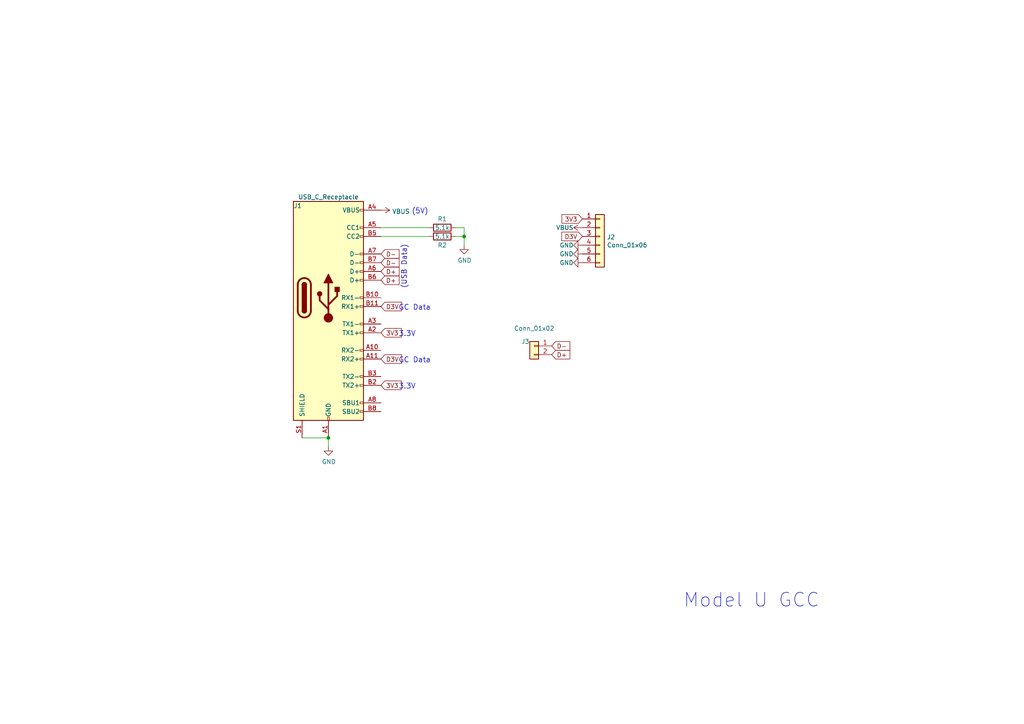
<source format=kicad_sch>
(kicad_sch (version 20211123) (generator eeschema)
  (paper "A4")
  (title_block (title "Model U GCC") (date "2021-11-24") (rev "v1") (company "Crane's Lab"))
  (lib_symbols
    (symbol "Connector_Generic:Conn_01x02" (pin_names (offset 1.016) hide)
      (property "Reference" "J" (at 0 2.54 0))
      (property "Value" "Conn_01x02" (at 0 -5.08 0))
      (symbol "Conn_01x02_1_1"
        (rectangle (start -1.27 -2.413) (end 0 -2.667) (stroke (width 0.1524)))
        (rectangle (start -1.27 0.127) (end 0 -0.127) (stroke (width 0.1524)))
        (rectangle (start -1.27 1.27) (end 1.27 -3.81) (stroke (width 0.254)) (fill (type background)))
        (pin passive line (at -5.08 0 0) (length 3.81) (name "Pin_1") (number "1"))
        (pin passive line (at -5.08 -2.54 0) (length 3.81) (name "Pin_2") (number "2"))
      )
    )
    (symbol "Connector_Generic:Conn_01x06" (pin_names (offset 1.016) hide)
      (property "Reference" "J" (at 0 7.62 0))
      (property "Value" "Conn_01x06" (at 0 -10.16 0))
      (symbol "Conn_01x06_1_1"
        (rectangle (start -1.27 -7.493) (end 0 -7.747) (stroke (width 0.1524)))
        (rectangle (start -1.27 -4.953) (end 0 -5.207) (stroke (width 0.1524)))
        (rectangle (start -1.27 -2.413) (end 0 -2.667) (stroke (width 0.1524)))
        (rectangle (start -1.27 0.127) (end 0 -0.127) (stroke (width 0.1524)))
        (rectangle (start -1.27 2.667) (end 0 2.413) (stroke (width 0.1524)))
        (rectangle (start -1.27 5.207) (end 0 4.953) (stroke (width 0.1524)))
        (rectangle (start -1.27 6.35) (end 1.27 -8.89) (stroke (width 0.254)) (fill (type background)))
        (pin passive line (at -5.08 5.08 0) (length 3.81) (name "Pin_1") (number "1"))
        (pin passive line (at -5.08 2.54 0) (length 3.81) (name "Pin_2") (number "2"))
        (pin passive line (at -5.08 0 0) (length 3.81) (name "Pin_3") (number "3"))
        (pin passive line (at -5.08 -2.54 0) (length 3.81) (name "Pin_4") (number "4"))
        (pin passive line (at -5.08 -5.08 0) (length 3.81) (name "Pin_5") (number "5"))
        (pin passive line (at -5.08 -7.62 0) (length 3.81) (name "Pin_6") (number "6"))
      )
    )
    (symbol "Device:R" (pin_numbers hide) (pin_names (offset 0))
      (property "Reference" "R" (at 2.032 0 90))
      (property "Value" "R" (at 0 0 90))
      (symbol "R_0_1"
        (rectangle (start -1.016 -2.54) (end 1.016 2.54) (stroke (width 0.254)))
      )
      (symbol "R_1_1"
        (pin passive line (at 0 3.81 270) (length 1.27) (name "~") (number "1"))
        (pin passive line (at 0 -3.81 90) (length 1.27) (name "~") (number "2"))
      )
    )
    (symbol "Model-U-GCC-V2-rescue:GND-Model_S-Model-U-GCC-rescue" (power) (pin_names (offset 0))
      (property "Value" "GND-Model_S-Model-U-GCC-rescue" (at 0 -3.81 0))
      (symbol "GND-Model_S-Model-U-GCC-rescue_0_1"
        (polyline (pts (xy 0 0) (xy 0 -1.27) (xy 1.27 -1.27) (xy 0 -2.54) (xy -1.27 -1.27) (xy 0 -1.27)))
      )
      (symbol "GND-Model_S-Model-U-GCC-rescue_1_1"
        (pin power_in line (at 0 0 270) (length 0) hide (name "GND") (number "1"))
      )
    )
    (symbol "Model-U-GCC-V2-rescue:USB_C_Receptacle-Model_S-Model-U-GCC-rescue" (pin_names (offset 1.016))
      (property "Reference" "J" (at -10.16 29.21 0))
      (property "Value" "USB_C_Receptacle-Model_S-Model-U-GCC-rescue" (at 10.16 29.21 0))
      (symbol "USB_C_Receptacle-Model_S-Model-U-GCC-rescue_0_0"
        (rectangle (start -0.254 -35.56) (end 0.254 -34.544))
        (rectangle (start 10.16 -32.766) (end 9.144 -33.274))
        (rectangle (start 10.16 -30.226) (end 9.144 -30.734))
        (rectangle (start 10.16 -25.146) (end 9.144 -25.654))
        (rectangle (start 10.16 -22.606) (end 9.144 -23.114))
        (rectangle (start 10.16 -17.526) (end 9.144 -18.034))
        (rectangle (start 10.16 -14.986) (end 9.144 -15.494))
        (rectangle (start 10.16 -9.906) (end 9.144 -10.414))
        (rectangle (start 10.16 -7.366) (end 9.144 -7.874))
        (rectangle (start 10.16 -2.286) (end 9.144 -2.794))
        (rectangle (start 10.16 0.254) (end 9.144 -0.254))
        (rectangle (start 10.16 5.334) (end 9.144 4.826))
        (rectangle (start 10.16 7.874) (end 9.144 7.366))
        (rectangle (start 10.16 10.414) (end 9.144 9.906))
        (rectangle (start 10.16 12.954) (end 9.144 12.446))
        (rectangle (start 10.16 18.034) (end 9.144 17.526))
        (rectangle (start 10.16 20.574) (end 9.144 20.066))
        (rectangle (start 10.16 25.654) (end 9.144 25.146))
      )
      (symbol "USB_C_Receptacle-Model_S-Model-U-GCC-rescue_0_1"
        (rectangle (start -10.16 27.94) (end 10.16 -35.56) (stroke (width 0.254)) (fill (type background)))
        (arc (start -8.89 -3.81) (mid -6.985 -5.715) (end -5.08 -3.81) (stroke (width 0.508)))
        (arc (start -7.62 -3.81) (mid -6.985 -4.445) (end -6.35 -3.81) (stroke (width 0.254)))
        (arc (start -7.62 -3.81) (mid -6.985 -4.445) (end -6.35 -3.81) (stroke (width 0.254)) (fill (type outline)))
        (rectangle (start -7.62 -3.81) (end -6.35 3.81) (stroke (width 0.254)) (fill (type outline)))
        (arc (start -6.35 3.81) (mid -6.985 4.445) (end -7.62 3.81) (stroke (width 0.254)))
        (arc (start -6.35 3.81) (mid -6.985 4.445) (end -7.62 3.81) (stroke (width 0.254)) (fill (type outline)))
        (arc (start -5.08 3.81) (mid -6.985 5.715) (end -8.89 3.81) (stroke (width 0.508)))
        (polyline (pts (xy -8.89 -3.81) (xy -8.89 3.81)) (stroke (width 0.508)))
        (polyline (pts (xy -5.08 3.81) (xy -5.08 -3.81)) (stroke (width 0.508)))
      )
      (symbol "USB_C_Receptacle-Model_S-Model-U-GCC-rescue_1_1"
        (circle (center -2.54 1.143) (radius 0.635) (stroke (width 0.254)) (fill (type outline)))
        (circle (center 0 -5.842) (radius 1.27) (fill (type outline)))
        (polyline (pts (xy 0 -5.842) (xy 0 4.318)) (stroke (width 0.508)))
        (polyline (pts (xy 0 -3.302) (xy -2.54 -0.762) (xy -2.54 0.508)) (stroke (width 0.508)))
        (polyline (pts (xy 0 -2.032) (xy 2.54 0.508) (xy 2.54 1.778)) (stroke (width 0.508)))
        (polyline (pts (xy -1.27 4.318) (xy 0 6.858) (xy 1.27 4.318) (xy -1.27 4.318)) (stroke (width 0.254)) (fill (type outline)))
        (rectangle (start 1.905 1.778) (end 3.175 3.048) (stroke (width 0.254)) (fill (type outline)))
        (pin passive line (at 0 -40.64 90) (length 5.08) (name "GND") (number "A1"))
        (pin bidirectional line (at 15.24 -15.24 180) (length 5.08) (name "RX2-") (number "A10"))
        (pin bidirectional line (at 15.24 -17.78 180) (length 5.08) (name "RX2+") (number "A11"))
        (pin passive line (at 0 -40.64 90) (length 5.08) hide (name "GND") (number "A12"))
        (pin bidirectional line (at 15.24 -10.16 180) (length 5.08) (name "TX1+") (number "A2"))
        (pin bidirectional line (at 15.24 -7.62 180) (length 5.08) (name "TX1-") (number "A3"))
        (pin passive line (at 15.24 25.4 180) (length 5.08) (name "VBUS") (number "A4"))
        (pin bidirectional line (at 15.24 20.32 180) (length 5.08) (name "CC1") (number "A5"))
        (pin bidirectional line (at 15.24 7.62 180) (length 5.08) (name "D+") (number "A6"))
        (pin bidirectional line (at 15.24 12.7 180) (length 5.08) (name "D-") (number "A7"))
        (pin bidirectional line (at 15.24 -30.48 180) (length 5.08) (name "SBU1") (number "A8"))
        (pin passive line (at 15.24 25.4 180) (length 5.08) hide (name "VBUS") (number "A9"))
        (pin passive line (at 0 -40.64 90) (length 5.08) hide (name "GND") (number "B1"))
        (pin bidirectional line (at 15.24 0 180) (length 5.08) (name "RX1-") (number "B10"))
        (pin bidirectional line (at 15.24 -2.54 180) (length 5.08) (name "RX1+") (number "B11"))
        (pin passive line (at 0 -40.64 90) (length 5.08) hide (name "GND") (number "B12"))
        (pin bidirectional line (at 15.24 -25.4 180) (length 5.08) (name "TX2+") (number "B2"))
        (pin bidirectional line (at 15.24 -22.86 180) (length 5.08) (name "TX2-") (number "B3"))
        (pin passive line (at 15.24 25.4 180) (length 5.08) hide (name "VBUS") (number "B4"))
        (pin bidirectional line (at 15.24 17.78 180) (length 5.08) (name "CC2") (number "B5"))
        (pin bidirectional line (at 15.24 5.08 180) (length 5.08) (name "D+") (number "B6"))
        (pin bidirectional line (at 15.24 10.16 180) (length 5.08) (name "D-") (number "B7"))
        (pin bidirectional line (at 15.24 -33.02 180) (length 5.08) (name "SBU2") (number "B8"))
        (pin passive line (at 15.24 25.4 180) (length 5.08) hide (name "VBUS") (number "B9"))
        (pin passive line (at -7.62 -40.64 90) (length 5.08) (name "SHIELD") (number "S1"))
      )
    )
    (symbol "Model-U-GCC-V2-rescue:VBUS-Model_S-Model-U-GCC-rescue" (power) (pin_names (offset 0))
      (property "Value" "VBUS-Model_S-Model-U-GCC-rescue" (at 0 3.81 0))
      (symbol "VBUS-Model_S-Model-U-GCC-rescue_0_1"
        (polyline (pts (xy -0.762 1.27) (xy 0 2.54)))
        (polyline (pts (xy 0 0) (xy 0 2.54)))
        (polyline (pts (xy 0 2.54) (xy 0.762 1.27)))
      )
      (symbol "VBUS-Model_S-Model-U-GCC-rescue_1_1"
        (pin power_in line (at 0 0 90) (length 0) hide (name "VBUS") (number "1"))
      )
    )
  )
  (junction (at 134.62 68.58))
  (junction (at 95.25 127))
  (wire (pts (xy 87.63 127) (xy 95.25 127)))
  (wire (pts (xy 132.08 66.04) (xy 134.62 66.04)))
  (wire (pts (xy 95.25 127) (xy 95.25 129.54)))
  (wire (pts (xy 110.49 68.58) (xy 124.46 68.58)))
  (wire (pts (xy 124.46 66.04) (xy 110.49 66.04)))
  (wire (pts (xy 134.62 66.04) (xy 134.62 68.58)))
  (wire (pts (xy 134.62 68.58) (xy 134.62 71.12)))
  (wire (pts (xy 132.08 68.58) (xy 134.62 68.58)))
  (text "3.3V" (at 115.57 97.79 0) (effects (font (size 1.4986 1.4986)) (justify left bottom)))
  (text "Model U GCC" (at 198.12 176.53 0) (effects (font (size 3.9878 3.9878)) (justify left bottom)))
  (text "(USB Data)" (at 118.11 83.82 90) (effects (font (size 1.4986 1.4986)) (justify left bottom)))
  (text "GC Data" (at 115.57 105.41 0) (effects (font (size 1.4986 1.4986)) (justify left bottom)))
  (text "3.3V" (at 115.57 113.03 0) (effects (font (size 1.4986 1.4986)) (justify left bottom)))
  (text "GC Data" (at 115.57 90.17 0) (effects (font (size 1.4986 1.4986)) (justify left bottom)))
  (text "(5V)" (at 119.38 62.23 0) (effects (font (size 1.4986 1.4986)) (justify left bottom)))
  (global_label "D-" (shape input) (at 160.02 100.33 0) (property "Intersheet References" "${INTERSHEET_REFS}" (effects hide)))
  (global_label "D3V" (shape input) (at 168.91 68.58 180) (property "Intersheet References" "${INTERSHEET_REFS}" (effects hide)))
  (global_label "D3V" (shape input) (at 110.49 104.14 0) (property "Intersheet References" "${INTERSHEET_REFS}" (effects hide)))
  (global_label "D+" (shape input) (at 110.49 81.28 0) (property "Intersheet References" "${INTERSHEET_REFS}" (effects hide)))
  (global_label "D3V" (shape input) (at 110.49 88.9 0) (property "Intersheet References" "${INTERSHEET_REFS}" (effects hide)))
  (global_label "D-" (shape input) (at 110.49 73.66 0) (property "Intersheet References" "${INTERSHEET_REFS}" (effects hide)))
  (global_label "3V3" (shape input) (at 110.49 96.52 0) (property "Intersheet References" "${INTERSHEET_REFS}" (effects hide)))
  (global_label "D+" (shape input) (at 160.02 102.87 0) (property "Intersheet References" "${INTERSHEET_REFS}" (effects hide)))
  (global_label "D-" (shape input) (at 110.49 76.2 0) (property "Intersheet References" "${INTERSHEET_REFS}" (effects hide)))
  (global_label "3V3" (shape input) (at 110.49 111.76 0) (property "Intersheet References" "${INTERSHEET_REFS}" (effects hide)))
  (global_label "3V3" (shape input) (at 168.91 63.5 180) (property "Intersheet References" "${INTERSHEET_REFS}" (effects hide)))
  (global_label "D+" (shape input) (at 110.49 78.74 0) (property "Intersheet References" "${INTERSHEET_REFS}" (effects hide)))
  (symbol (lib_id "Model-U-GCC-V2-rescue:USB_C_Receptacle-Model_S-Model-U-GCC-rescue") (at 95.25 86.36 0) (unit 1)
    (property "Reference" "J1" (at 86.36 59.69 0))
    (property "Value" "USB_C_Receptacle" (at 95.25 57.15 0))
    (property "Footprint" "Model_S:Shou Han Type-C 24P QCHT" (effects hide))
    (property "Datasheet" "https://www.usb.org/sites/default/files/documents/usb_type-c.zip" (effects hide))
  )
  (symbol (lib_id "Model-U-GCC-V2-rescue:VBUS-Model_S-Model-U-GCC-rescue") (at 110.49 60.96 270) (unit 1)
    (property "Reference" "#PWR0125" (effects hide))
    (property "Value" "VBUS" (at 113.7412 61.341 90) (effects (justify left)))
  )
  (symbol (lib_id "Model-U-GCC-V2-rescue:GND-Model_S-Model-U-GCC-rescue") (at 95.25 129.54 0) (unit 1)
    (property "Reference" "#PWR0122" (effects hide))
    (property "Value" "GND" (at 95.377 133.9342 0))
  )
  (symbol (lib_id "Connector_Generic:Conn_01x02") (at 154.94 100.33 0) (mirror y) (unit 1)
    (property "Reference" "J3" (at 152.4 99.06 0))
    (property "Value" "Conn_01x02" (at 154.94 95.25 0))
    (property "Footprint" "Connector_PinHeader_2.00mm:PinHeader_1x02_P2.00mm_Vertical" (effects hide))
  )
  (symbol (lib_id "Model-U-GCC-V2-rescue:GND-Model_S-Model-U-GCC-rescue") (at 168.91 71.12 270) (unit 1)
    (property "Reference" "#PWR0101" (effects hide))
    (property "Value" "GND" (at 166.37 71.12 90) (effects (justify right)))
  )
  (symbol (lib_id "Model-U-GCC-V2-rescue:VBUS-Model_S-Model-U-GCC-rescue") (at 168.91 66.04 90) (unit 1)
    (property "Reference" "#PWR0102" (effects hide))
    (property "Value" "VBUS" (at 166.37 66.04 90) (effects (justify left)))
  )
  (symbol (lib_id "Device:R") (at 128.27 66.04 270) (unit 1)
    (property "Reference" "R1" (at 128.27 63.5 90))
    (property "Value" "5.1k" (at 128.27 66.04 90))
    (property "Footprint" "Resistor_SMD:R_0603_1608Metric" (effects hide))
  )
  (symbol (lib_id "Device:R") (at 128.27 68.58 90) (unit 1)
    (property "Reference" "R2" (at 128.27 71.12 90))
    (property "Value" "5.1k" (at 128.27 68.58 90))
    (property "Footprint" "Resistor_SMD:R_0603_1608Metric" (effects hide))
  )
  (symbol (lib_id "Model-U-GCC-V2-rescue:GND-Model_S-Model-U-GCC-rescue") (at 134.62 71.12 0) (unit 1)
    (property "Reference" "#PWR0103" (effects hide))
    (property "Value" "GND" (at 134.747 75.5142 0))
  )
  (symbol (lib_id "Connector_Generic:Conn_01x06") (at 173.99 68.58 0) (unit 1)
    (property "Reference" "J2" (at 176.022 68.7832 0) (effects (justify left)))
    (property "Value" "Conn_01x06" (at 176.022 71.0946 0) (effects (justify left)))
    (property "Footprint" "Connector_PinHeader_2.00mm:PinHeader_1x06_P2.00mm_Vertical" (effects hide))
  )
  (symbol (lib_id "Model-U-GCC-V2-rescue:GND-Model_S-Model-U-GCC-rescue") (at 168.91 73.66 270) (unit 1)
    (property "Reference" "#PWR0104" (effects hide))
    (property "Value" "GND" (at 166.37 73.66 90) (effects (justify right)))
  )
  (symbol (lib_id "Model-U-GCC-V2-rescue:GND-Model_S-Model-U-GCC-rescue") (at 168.91 76.2 270) (unit 1)
    (property "Reference" "#PWR0105" (effects hide))
    (property "Value" "GND" (at 166.37 76.2 90) (effects (justify right)))
  )
)
</source>
